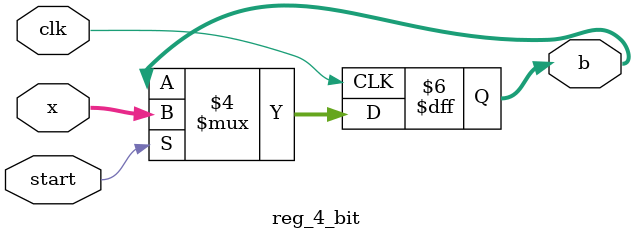
<source format=v>
module reg_4_bit(
  input [3:0]x,
  input start,  
  input clk, 
  output reg [3:0]b
);
initial begin
b=0;
end
always @(posedge clk) begin 
  if(start) b = x;
  $display("reg_4_bit=%b",b);
end
endmodule


</source>
